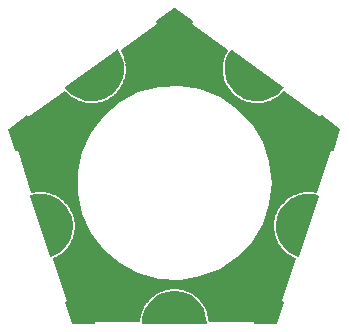
<source format=gbr>
G04 EAGLE Gerber RS-274X export*
G75*
%MOMM*%
%FSLAX34Y34*%
%LPD*%
%INBottom Copper*%
%IPPOS*%
%AMOC8*
5,1,8,0,0,1.08239X$1,22.5*%
G01*
%ADD10C,0.800000*%

G36*
X278630Y226508D02*
X278630Y226508D01*
X278658Y226506D01*
X278726Y226528D01*
X278797Y226542D01*
X278820Y226558D01*
X278847Y226567D01*
X278901Y226614D01*
X278961Y226655D01*
X278976Y226679D01*
X278997Y226697D01*
X279029Y226762D01*
X279068Y226822D01*
X279073Y226850D01*
X279085Y226875D01*
X279094Y226978D01*
X279101Y227019D01*
X279099Y227029D01*
X279100Y227041D01*
X278984Y228519D01*
X316815Y228519D01*
X316900Y228536D01*
X316985Y228548D01*
X316997Y228556D01*
X317011Y228558D01*
X317083Y228607D01*
X317157Y228652D01*
X317165Y228663D01*
X317177Y228671D01*
X317224Y228743D01*
X317275Y228814D01*
X317279Y228828D01*
X317286Y228839D01*
X317296Y228894D01*
X317320Y228988D01*
X317422Y230347D01*
X317413Y230417D01*
X317413Y230487D01*
X317401Y230518D01*
X317397Y230546D01*
X317372Y230590D01*
X317346Y230654D01*
X317343Y230659D01*
X317487Y231292D01*
X317488Y231326D01*
X317499Y231367D01*
X317547Y232014D01*
X317551Y232017D01*
X317595Y232073D01*
X317644Y232123D01*
X317657Y232153D01*
X317674Y232175D01*
X317688Y232225D01*
X317715Y232289D01*
X318242Y234599D01*
X318244Y234669D01*
X318254Y234739D01*
X318247Y234771D01*
X318247Y234799D01*
X318229Y234847D01*
X318213Y234914D01*
X318210Y234919D01*
X318447Y235523D01*
X318454Y235558D01*
X318470Y235596D01*
X318614Y236229D01*
X318619Y236231D01*
X318670Y236280D01*
X318727Y236322D01*
X318744Y236350D01*
X318764Y236370D01*
X318785Y236417D01*
X318821Y236476D01*
X319687Y238681D01*
X319699Y238751D01*
X319719Y238818D01*
X319717Y238851D01*
X319722Y238878D01*
X319710Y238929D01*
X319704Y238998D01*
X319703Y239003D01*
X320027Y239565D01*
X320039Y239598D01*
X320060Y239633D01*
X320297Y240237D01*
X320303Y240239D01*
X320360Y240280D01*
X320423Y240313D01*
X320444Y240338D01*
X320467Y240354D01*
X320494Y240398D01*
X320539Y240451D01*
X321724Y242502D01*
X321733Y242530D01*
X321736Y242535D01*
X321738Y242545D01*
X321746Y242569D01*
X321776Y242633D01*
X321779Y242666D01*
X321787Y242692D01*
X321784Y242744D01*
X321788Y242813D01*
X321788Y242818D01*
X322192Y243326D01*
X322208Y243357D01*
X322235Y243388D01*
X322559Y243950D01*
X322565Y243952D01*
X322628Y243983D01*
X322694Y244007D01*
X322719Y244028D01*
X322744Y244041D01*
X322778Y244080D01*
X322830Y244125D01*
X324307Y245978D01*
X324339Y246040D01*
X324379Y246099D01*
X324386Y246131D01*
X324399Y246156D01*
X324403Y246207D01*
X324417Y246275D01*
X324418Y246280D01*
X324893Y246722D01*
X324914Y246750D01*
X324945Y246777D01*
X325349Y247285D01*
X325355Y247285D01*
X325422Y247307D01*
X325491Y247320D01*
X325519Y247338D01*
X325546Y247347D01*
X325585Y247380D01*
X325643Y247418D01*
X327380Y249029D01*
X327421Y249086D01*
X327469Y249138D01*
X327481Y249169D01*
X327497Y249192D01*
X327509Y249242D01*
X327533Y249307D01*
X327534Y249312D01*
X328070Y249677D01*
X328095Y249702D01*
X328130Y249725D01*
X328605Y250166D01*
X328611Y250166D01*
X328680Y250177D01*
X328751Y250180D01*
X328781Y250194D01*
X328809Y250198D01*
X328852Y250225D01*
X328916Y250254D01*
X330873Y251588D01*
X330922Y251639D01*
X330977Y251683D01*
X330993Y251712D01*
X331013Y251732D01*
X331032Y251780D01*
X331066Y251840D01*
X331068Y251845D01*
X331653Y252127D01*
X331680Y252148D01*
X331718Y252165D01*
X332254Y252530D01*
X332260Y252529D01*
X332330Y252530D01*
X332401Y252522D01*
X332432Y252531D01*
X332460Y252531D01*
X332507Y252552D01*
X332574Y252570D01*
X334709Y253598D01*
X334765Y253641D01*
X334826Y253677D01*
X334846Y253702D01*
X334868Y253719D01*
X334894Y253764D01*
X334937Y253818D01*
X334940Y253823D01*
X335560Y254014D01*
X335590Y254031D01*
X335630Y254042D01*
X336215Y254324D01*
X336220Y254322D01*
X336290Y254312D01*
X336358Y254294D01*
X336391Y254298D01*
X336419Y254294D01*
X336469Y254308D01*
X336537Y254316D01*
X338801Y255014D01*
X338863Y255048D01*
X338929Y255074D01*
X338952Y255097D01*
X338977Y255110D01*
X339009Y255150D01*
X339060Y255198D01*
X339063Y255202D01*
X339704Y255299D01*
X339737Y255311D01*
X339778Y255316D01*
X340399Y255507D01*
X340403Y255504D01*
X340471Y255484D01*
X340536Y255457D01*
X340569Y255456D01*
X340596Y255448D01*
X340647Y255453D01*
X340716Y255451D01*
X343059Y255804D01*
X343125Y255829D01*
X343194Y255845D01*
X343221Y255863D01*
X343247Y255873D01*
X343285Y255908D01*
X343342Y255947D01*
X343346Y255951D01*
X343995Y255951D01*
X344029Y255958D01*
X344070Y255957D01*
X344712Y256054D01*
X344716Y256050D01*
X344780Y256021D01*
X344840Y255983D01*
X344872Y255977D01*
X344898Y255966D01*
X344949Y255964D01*
X345017Y255951D01*
X347387Y255951D01*
X347456Y255965D01*
X347526Y255971D01*
X347556Y255985D01*
X347583Y255991D01*
X347626Y256020D01*
X347688Y256050D01*
X347692Y256054D01*
X348334Y255957D01*
X348369Y255959D01*
X348409Y255951D01*
X349058Y255951D01*
X349062Y255947D01*
X349121Y255908D01*
X349175Y255862D01*
X349206Y255852D01*
X349229Y255836D01*
X349280Y255827D01*
X349345Y255804D01*
X351688Y255451D01*
X351759Y255455D01*
X351829Y255450D01*
X351860Y255460D01*
X351888Y255461D01*
X351935Y255484D01*
X352001Y255504D01*
X352005Y255507D01*
X352626Y255316D01*
X352660Y255312D01*
X352700Y255299D01*
X353341Y255202D01*
X353344Y255198D01*
X353397Y255150D01*
X353443Y255097D01*
X353472Y255082D01*
X353493Y255063D01*
X353542Y255046D01*
X353603Y255014D01*
X355867Y254316D01*
X355937Y254309D01*
X356006Y254294D01*
X356038Y254299D01*
X356066Y254296D01*
X356116Y254311D01*
X356184Y254322D01*
X356189Y254324D01*
X356774Y254042D01*
X356807Y254034D01*
X356844Y254014D01*
X357464Y253823D01*
X357467Y253818D01*
X357512Y253764D01*
X357550Y253704D01*
X357576Y253685D01*
X357594Y253663D01*
X357639Y253639D01*
X357695Y253598D01*
X359830Y252570D01*
X359898Y252553D01*
X359964Y252527D01*
X359997Y252528D01*
X360024Y252521D01*
X360075Y252528D01*
X360144Y252529D01*
X360150Y252530D01*
X360686Y252165D01*
X360718Y252151D01*
X360751Y252127D01*
X361336Y251845D01*
X361338Y251840D01*
X361374Y251779D01*
X361403Y251715D01*
X361426Y251692D01*
X361440Y251667D01*
X361482Y251637D01*
X361531Y251588D01*
X363488Y250254D01*
X363553Y250226D01*
X363615Y250191D01*
X363647Y250187D01*
X363673Y250176D01*
X363724Y250176D01*
X363793Y250166D01*
X363799Y250166D01*
X364274Y249725D01*
X364304Y249707D01*
X364334Y249677D01*
X364870Y249312D01*
X364871Y249307D01*
X364897Y249241D01*
X364916Y249173D01*
X364936Y249147D01*
X364946Y249121D01*
X364983Y249084D01*
X365024Y249029D01*
X366761Y247418D01*
X366821Y247381D01*
X366876Y247337D01*
X366908Y247328D01*
X366932Y247313D01*
X366983Y247305D01*
X367049Y247285D01*
X367055Y247285D01*
X367459Y246777D01*
X367486Y246755D01*
X367511Y246722D01*
X367986Y246280D01*
X367987Y246275D01*
X368003Y246206D01*
X368011Y246136D01*
X368027Y246107D01*
X368033Y246080D01*
X368064Y246039D01*
X368097Y245978D01*
X369574Y244125D01*
X369628Y244080D01*
X369676Y244029D01*
X369706Y244015D01*
X369727Y243997D01*
X369777Y243981D01*
X369839Y243952D01*
X369845Y243950D01*
X370169Y243388D01*
X370192Y243362D01*
X370212Y243326D01*
X370616Y242818D01*
X370616Y242813D01*
X370622Y242742D01*
X370620Y242672D01*
X370631Y242641D01*
X370633Y242613D01*
X370657Y242567D01*
X370680Y242502D01*
X371865Y240451D01*
X371912Y240398D01*
X371952Y240340D01*
X371979Y240321D01*
X371998Y240300D01*
X372044Y240278D01*
X372101Y240239D01*
X372107Y240237D01*
X372344Y239633D01*
X372362Y239604D01*
X372377Y239565D01*
X372701Y239003D01*
X372700Y238998D01*
X372695Y238927D01*
X372682Y238858D01*
X372689Y238826D01*
X372687Y238798D01*
X372704Y238749D01*
X372717Y238681D01*
X373583Y236476D01*
X373621Y236416D01*
X373652Y236353D01*
X373676Y236331D01*
X373691Y236307D01*
X373734Y236278D01*
X373785Y236231D01*
X373790Y236229D01*
X373934Y235596D01*
X373948Y235564D01*
X373957Y235523D01*
X374194Y234919D01*
X374191Y234914D01*
X374177Y234845D01*
X374154Y234779D01*
X374155Y234746D01*
X374149Y234718D01*
X374159Y234668D01*
X374162Y234599D01*
X374689Y232289D01*
X374718Y232225D01*
X374739Y232157D01*
X374760Y232132D01*
X374771Y232106D01*
X374809Y232071D01*
X374853Y232017D01*
X374857Y232014D01*
X374905Y231367D01*
X374915Y231333D01*
X374917Y231292D01*
X375061Y230659D01*
X375058Y230654D01*
X375033Y230588D01*
X375000Y230526D01*
X374997Y230493D01*
X374987Y230467D01*
X374989Y230415D01*
X374982Y230347D01*
X375084Y228988D01*
X375107Y228905D01*
X375126Y228820D01*
X375134Y228809D01*
X375138Y228795D01*
X375191Y228727D01*
X375242Y228657D01*
X375254Y228649D01*
X375262Y228638D01*
X375338Y228597D01*
X375412Y228551D01*
X375427Y228548D01*
X375438Y228542D01*
X375494Y228536D01*
X375589Y228519D01*
X413420Y228519D01*
X413304Y227041D01*
X413308Y227013D01*
X413303Y226985D01*
X413320Y226915D01*
X413329Y226844D01*
X413343Y226819D01*
X413349Y226792D01*
X413392Y226734D01*
X413428Y226671D01*
X413450Y226655D01*
X413467Y226632D01*
X413529Y226595D01*
X413587Y226552D01*
X413614Y226545D01*
X413638Y226530D01*
X413739Y226513D01*
X413779Y226503D01*
X413790Y226505D01*
X413802Y226503D01*
X432802Y226503D01*
X432831Y226509D01*
X432861Y226506D01*
X432928Y226528D01*
X432997Y226542D01*
X433022Y226559D01*
X433050Y226569D01*
X433103Y226615D01*
X433161Y226655D01*
X433177Y226680D01*
X433199Y226700D01*
X433245Y226786D01*
X433268Y226822D01*
X433270Y226834D01*
X433277Y226847D01*
X439177Y244947D01*
X439180Y244976D01*
X439191Y245002D01*
X439191Y245074D01*
X439199Y245145D01*
X439191Y245172D01*
X439191Y245201D01*
X439164Y245267D01*
X439143Y245336D01*
X439125Y245358D01*
X439114Y245384D01*
X439063Y245434D01*
X439017Y245489D01*
X438992Y245502D01*
X438972Y245522D01*
X438878Y245562D01*
X438841Y245582D01*
X438830Y245582D01*
X438818Y245587D01*
X437358Y245938D01*
X449038Y281895D01*
X449048Y281981D01*
X449063Y282066D01*
X449060Y282080D01*
X449061Y282094D01*
X449037Y282177D01*
X449018Y282261D01*
X449009Y282273D01*
X449005Y282286D01*
X448951Y282353D01*
X448900Y282424D01*
X448888Y282432D01*
X448879Y282442D01*
X448830Y282468D01*
X448748Y282521D01*
X447474Y283044D01*
X447405Y283057D01*
X447338Y283078D01*
X447305Y283076D01*
X447277Y283082D01*
X447227Y283071D01*
X447158Y283066D01*
X447153Y283065D01*
X446596Y283398D01*
X446563Y283410D01*
X446528Y283432D01*
X445928Y283678D01*
X445926Y283683D01*
X445886Y283742D01*
X445854Y283805D01*
X445829Y283826D01*
X445813Y283849D01*
X445770Y283878D01*
X445718Y283923D01*
X443688Y285137D01*
X443622Y285161D01*
X443558Y285192D01*
X443525Y285195D01*
X443499Y285204D01*
X443448Y285201D01*
X443379Y285207D01*
X443373Y285207D01*
X442872Y285619D01*
X442842Y285635D01*
X442810Y285663D01*
X442253Y285996D01*
X442252Y286001D01*
X442235Y286036D01*
X442234Y286044D01*
X442227Y286053D01*
X442222Y286065D01*
X442199Y286132D01*
X442178Y286157D01*
X442166Y286182D01*
X442127Y286216D01*
X442082Y286269D01*
X440256Y287772D01*
X440194Y287806D01*
X440136Y287846D01*
X440104Y287853D01*
X440079Y287867D01*
X440028Y287871D01*
X439961Y287887D01*
X439955Y287888D01*
X439521Y288370D01*
X439493Y288391D01*
X439467Y288422D01*
X438965Y288835D01*
X438965Y288840D01*
X438944Y288908D01*
X438932Y288977D01*
X438915Y289005D01*
X438907Y289032D01*
X438874Y289072D01*
X438837Y289131D01*
X437255Y290889D01*
X437199Y290931D01*
X437148Y290980D01*
X437117Y290992D01*
X437095Y291009D01*
X437045Y291021D01*
X436980Y291047D01*
X436975Y291048D01*
X436618Y291590D01*
X436593Y291614D01*
X436571Y291650D01*
X436137Y292132D01*
X436138Y292138D01*
X436128Y292208D01*
X436126Y292278D01*
X436113Y292308D01*
X436109Y292336D01*
X436082Y292380D01*
X436055Y292444D01*
X434753Y294419D01*
X434703Y294469D01*
X434660Y294524D01*
X434631Y294541D01*
X434612Y294561D01*
X434564Y294581D01*
X434504Y294616D01*
X434499Y294617D01*
X434227Y295206D01*
X434206Y295234D01*
X434190Y295273D01*
X433833Y295814D01*
X433834Y295820D01*
X433834Y295890D01*
X433843Y295960D01*
X433834Y295992D01*
X433834Y296020D01*
X433815Y296068D01*
X433797Y296135D01*
X432804Y298282D01*
X432762Y298338D01*
X432728Y298400D01*
X432702Y298421D01*
X432686Y298443D01*
X432641Y298470D01*
X432588Y298513D01*
X432583Y298516D01*
X432401Y299139D01*
X432385Y299170D01*
X432375Y299210D01*
X432102Y299799D01*
X432104Y299804D01*
X432115Y299874D01*
X432134Y299942D01*
X432130Y299974D01*
X432135Y300002D01*
X432122Y300052D01*
X432115Y300121D01*
X431453Y302392D01*
X431420Y302454D01*
X431395Y302520D01*
X431373Y302545D01*
X431360Y302569D01*
X431320Y302602D01*
X431273Y302653D01*
X431269Y302657D01*
X431182Y303300D01*
X431171Y303333D01*
X431166Y303374D01*
X430985Y303997D01*
X430988Y304002D01*
X431009Y304069D01*
X431037Y304133D01*
X431039Y304166D01*
X431047Y304193D01*
X431042Y304244D01*
X431045Y304313D01*
X430729Y306657D01*
X430706Y306724D01*
X430691Y306793D01*
X430673Y306820D01*
X430664Y306847D01*
X430629Y306885D01*
X430591Y306943D01*
X430587Y306947D01*
X430597Y307596D01*
X430591Y307630D01*
X430593Y307671D01*
X430506Y308314D01*
X430509Y308319D01*
X430540Y308382D01*
X430578Y308442D01*
X430585Y308474D01*
X430597Y308499D01*
X430600Y308550D01*
X430613Y308618D01*
X430650Y310983D01*
X430637Y311053D01*
X430632Y311123D01*
X430618Y311153D01*
X430613Y311180D01*
X430585Y311224D01*
X430555Y311286D01*
X430552Y311291D01*
X430659Y311931D01*
X430658Y311965D01*
X430666Y312006D01*
X430676Y312655D01*
X430680Y312659D01*
X430719Y312717D01*
X430766Y312770D01*
X430777Y312801D01*
X430793Y312824D01*
X430803Y312874D01*
X430827Y312940D01*
X431216Y315273D01*
X431213Y315343D01*
X431219Y315414D01*
X431210Y315445D01*
X431209Y315473D01*
X431187Y315520D01*
X431167Y315586D01*
X431165Y315591D01*
X431366Y316208D01*
X431370Y316243D01*
X431384Y316282D01*
X431490Y316922D01*
X431495Y316925D01*
X431543Y316977D01*
X431597Y317022D01*
X431613Y317051D01*
X431632Y317071D01*
X431650Y317120D01*
X431682Y317181D01*
X432415Y319430D01*
X432423Y319500D01*
X432439Y319569D01*
X432434Y319601D01*
X432438Y319629D01*
X432423Y319679D01*
X432414Y319747D01*
X432412Y319752D01*
X432702Y320332D01*
X432711Y320366D01*
X432731Y320403D01*
X432932Y321020D01*
X432937Y321022D01*
X432992Y321066D01*
X433052Y321103D01*
X433072Y321129D01*
X433094Y321147D01*
X433119Y321192D01*
X433160Y321247D01*
X434220Y323362D01*
X434238Y323430D01*
X434265Y323496D01*
X434265Y323528D01*
X434272Y323555D01*
X434265Y323607D01*
X434266Y323676D01*
X434265Y323681D01*
X434639Y324212D01*
X434653Y324243D01*
X434678Y324277D01*
X434968Y324857D01*
X434974Y324859D01*
X435035Y324894D01*
X435100Y324921D01*
X435123Y324944D01*
X435148Y324958D01*
X435179Y324999D01*
X435228Y325048D01*
X436591Y326981D01*
X436619Y327046D01*
X436655Y327107D01*
X436660Y327139D01*
X436672Y327165D01*
X436672Y327216D01*
X436683Y327284D01*
X436683Y327290D01*
X437132Y327759D01*
X437150Y327788D01*
X437180Y327817D01*
X437554Y328348D01*
X437559Y328349D01*
X437625Y328374D01*
X437693Y328392D01*
X437720Y328411D01*
X437746Y328421D01*
X437783Y328457D01*
X437839Y328498D01*
X439475Y330206D01*
X439512Y330266D01*
X439557Y330321D01*
X439567Y330352D01*
X439582Y330376D01*
X439590Y330427D01*
X439611Y330493D01*
X439612Y330498D01*
X440126Y330895D01*
X440148Y330921D01*
X440182Y330945D01*
X440631Y331414D01*
X440636Y331414D01*
X440705Y331430D01*
X440775Y331437D01*
X440804Y331452D01*
X440832Y331458D01*
X440874Y331488D01*
X440935Y331520D01*
X442807Y332966D01*
X442853Y333019D01*
X442906Y333067D01*
X442920Y333096D01*
X442938Y333117D01*
X442954Y333166D01*
X442985Y333229D01*
X442986Y333234D01*
X443553Y333549D01*
X443580Y333572D01*
X443617Y333591D01*
X444130Y333988D01*
X444136Y333987D01*
X444206Y333992D01*
X444277Y333989D01*
X444308Y333999D01*
X444336Y334001D01*
X444382Y334025D01*
X444447Y334047D01*
X446514Y335198D01*
X446567Y335244D01*
X446626Y335283D01*
X446645Y335310D01*
X446666Y335328D01*
X446689Y335374D01*
X446729Y335431D01*
X446731Y335436D01*
X447338Y335664D01*
X447368Y335682D01*
X447407Y335695D01*
X447974Y336011D01*
X447980Y336010D01*
X448050Y336004D01*
X448119Y335990D01*
X448151Y335996D01*
X448179Y335994D01*
X448228Y336010D01*
X448296Y336023D01*
X450511Y336852D01*
X450571Y336890D01*
X450635Y336920D01*
X450658Y336944D01*
X450681Y336958D01*
X450711Y337001D01*
X450759Y337051D01*
X450762Y337056D01*
X451396Y337190D01*
X451428Y337204D01*
X451469Y337211D01*
X452077Y337439D01*
X452082Y337437D01*
X452151Y337421D01*
X452217Y337397D01*
X452250Y337398D01*
X452277Y337391D01*
X452328Y337400D01*
X452397Y337402D01*
X454711Y337893D01*
X454776Y337921D01*
X454844Y337941D01*
X454869Y337961D01*
X454895Y337972D01*
X454931Y338009D01*
X454985Y338052D01*
X454989Y338056D01*
X455637Y338095D01*
X455670Y338104D01*
X455712Y338105D01*
X456347Y338239D01*
X456351Y338236D01*
X456417Y338210D01*
X456479Y338177D01*
X456511Y338173D01*
X456537Y338163D01*
X456589Y338164D01*
X456658Y338155D01*
X459019Y338295D01*
X459087Y338313D01*
X459157Y338323D01*
X459186Y338339D01*
X459213Y338347D01*
X459254Y338378D01*
X459314Y338412D01*
X459318Y338416D01*
X459964Y338357D01*
X459999Y338361D01*
X460040Y338356D01*
X460688Y338395D01*
X460692Y338391D01*
X460753Y338355D01*
X460809Y338313D01*
X460841Y338304D01*
X460865Y338290D01*
X460916Y338283D01*
X460983Y338265D01*
X463339Y338052D01*
X463409Y338059D01*
X463479Y338059D01*
X463510Y338070D01*
X463538Y338073D01*
X463583Y338098D01*
X463648Y338123D01*
X463652Y338126D01*
X464283Y337972D01*
X464317Y337970D01*
X464357Y337959D01*
X465004Y337901D01*
X465007Y337897D01*
X465062Y337852D01*
X465112Y337802D01*
X465142Y337789D01*
X465163Y337771D01*
X465213Y337757D01*
X465276Y337729D01*
X466578Y337410D01*
X466664Y337407D01*
X466751Y337399D01*
X466764Y337403D01*
X466778Y337402D01*
X466859Y337432D01*
X466942Y337458D01*
X466953Y337467D01*
X466966Y337472D01*
X467029Y337532D01*
X467095Y337588D01*
X467102Y337601D01*
X467112Y337609D01*
X467134Y337660D01*
X467181Y337746D01*
X478900Y373825D01*
X480311Y373241D01*
X480339Y373235D01*
X480365Y373222D01*
X480436Y373216D01*
X480506Y373203D01*
X480534Y373209D01*
X480563Y373206D01*
X480631Y373229D01*
X480701Y373244D01*
X480724Y373260D01*
X480752Y373270D01*
X480805Y373317D01*
X480864Y373358D01*
X480879Y373382D01*
X480901Y373401D01*
X480947Y373491D01*
X480969Y373527D01*
X480971Y373537D01*
X480977Y373549D01*
X486777Y391549D01*
X486780Y391577D01*
X486792Y391604D01*
X486791Y391675D01*
X486799Y391747D01*
X486791Y391774D01*
X486791Y391803D01*
X486763Y391869D01*
X486742Y391937D01*
X486724Y391959D01*
X486713Y391986D01*
X486643Y392058D01*
X486616Y392090D01*
X486606Y392095D01*
X486597Y392105D01*
X471297Y403305D01*
X471270Y403317D01*
X471248Y403336D01*
X471181Y403358D01*
X471116Y403388D01*
X471087Y403389D01*
X471059Y403398D01*
X470989Y403392D01*
X470918Y403394D01*
X470890Y403384D01*
X470861Y403381D01*
X470798Y403348D01*
X470732Y403322D01*
X470711Y403302D01*
X470686Y403288D01*
X470620Y403213D01*
X470590Y403183D01*
X470585Y403173D01*
X470576Y403163D01*
X469767Y401842D01*
X439103Y424123D01*
X439024Y424159D01*
X438947Y424200D01*
X438933Y424201D01*
X438921Y424207D01*
X438834Y424209D01*
X438747Y424217D01*
X438734Y424213D01*
X438720Y424213D01*
X438639Y424182D01*
X438556Y424155D01*
X438545Y424146D01*
X438533Y424141D01*
X438493Y424103D01*
X438417Y424041D01*
X437579Y423050D01*
X437545Y422989D01*
X437504Y422931D01*
X437496Y422899D01*
X437483Y422875D01*
X437477Y422824D01*
X437460Y422756D01*
X437460Y422751D01*
X436972Y422324D01*
X436951Y422296D01*
X436919Y422270D01*
X436499Y421774D01*
X436494Y421774D01*
X436426Y421754D01*
X436356Y421743D01*
X436328Y421726D01*
X436301Y421718D01*
X436261Y421686D01*
X436202Y421650D01*
X434420Y420091D01*
X434377Y420035D01*
X434328Y419984D01*
X434315Y419954D01*
X434298Y419931D01*
X434285Y419882D01*
X434258Y419818D01*
X434257Y419812D01*
X433711Y419463D01*
X433686Y419438D01*
X433650Y419417D01*
X433162Y418990D01*
X433156Y418990D01*
X433086Y418981D01*
X433015Y418980D01*
X432985Y418967D01*
X432957Y418964D01*
X432913Y418938D01*
X432849Y418911D01*
X430854Y417635D01*
X430811Y417593D01*
X430778Y417571D01*
X430773Y417562D01*
X430747Y417543D01*
X430730Y417515D01*
X430710Y417496D01*
X430690Y417448D01*
X430654Y417389D01*
X430652Y417384D01*
X430059Y417120D01*
X430031Y417099D01*
X429993Y417084D01*
X429446Y416734D01*
X429441Y416735D01*
X429370Y416736D01*
X429300Y416746D01*
X429268Y416738D01*
X429240Y416738D01*
X429192Y416719D01*
X429125Y416703D01*
X426962Y415738D01*
X426905Y415697D01*
X426843Y415663D01*
X426822Y415638D01*
X426799Y415622D01*
X426772Y415578D01*
X426728Y415525D01*
X426725Y415520D01*
X426100Y415347D01*
X426069Y415331D01*
X426028Y415321D01*
X425436Y415057D01*
X425431Y415059D01*
X425361Y415070D01*
X425293Y415090D01*
X425261Y415087D01*
X425233Y415092D01*
X425183Y415080D01*
X425114Y415074D01*
X422832Y414442D01*
X422768Y414410D01*
X422702Y414386D01*
X422678Y414364D01*
X422653Y414352D01*
X422619Y414312D01*
X422568Y414266D01*
X422564Y414262D01*
X421920Y414184D01*
X421887Y414173D01*
X421846Y414169D01*
X421220Y413996D01*
X421216Y413999D01*
X421148Y414021D01*
X421084Y414051D01*
X421052Y414053D01*
X421025Y414061D01*
X420974Y414057D01*
X420905Y414061D01*
X418554Y413777D01*
X418487Y413755D01*
X418417Y413740D01*
X418390Y413723D01*
X418363Y413714D01*
X418324Y413680D01*
X418266Y413642D01*
X418262Y413638D01*
X417614Y413657D01*
X417579Y413651D01*
X417538Y413654D01*
X416894Y413576D01*
X416890Y413579D01*
X416827Y413611D01*
X416768Y413650D01*
X416736Y413657D01*
X416711Y413669D01*
X416659Y413673D01*
X416591Y413687D01*
X414224Y413756D01*
X414155Y413744D01*
X414084Y413741D01*
X414054Y413727D01*
X414027Y413722D01*
X413983Y413695D01*
X413920Y413666D01*
X413916Y413663D01*
X413277Y413778D01*
X413242Y413777D01*
X413202Y413786D01*
X412553Y413805D01*
X412549Y413809D01*
X412492Y413850D01*
X412439Y413897D01*
X412409Y413908D01*
X412386Y413925D01*
X412335Y413936D01*
X412271Y413960D01*
X409940Y414381D01*
X409870Y414380D01*
X409799Y414387D01*
X409768Y414378D01*
X409740Y414377D01*
X409693Y414356D01*
X409626Y414337D01*
X409621Y414335D01*
X409007Y414544D01*
X408972Y414549D01*
X408934Y414563D01*
X408295Y414678D01*
X408292Y414683D01*
X408241Y414732D01*
X408196Y414786D01*
X408168Y414802D01*
X408147Y414822D01*
X408099Y414840D01*
X408039Y414874D01*
X405797Y415638D01*
X405727Y415647D01*
X405659Y415664D01*
X405626Y415660D01*
X405598Y415664D01*
X405549Y415650D01*
X405480Y415641D01*
X405475Y415639D01*
X404899Y415938D01*
X404865Y415947D01*
X404829Y415968D01*
X404215Y416177D01*
X404212Y416182D01*
X404169Y416238D01*
X404133Y416298D01*
X404107Y416318D01*
X404090Y416341D01*
X404045Y416366D01*
X403990Y416408D01*
X401888Y417498D01*
X401820Y417517D01*
X401755Y417544D01*
X401722Y417545D01*
X401695Y417553D01*
X401644Y417547D01*
X401575Y417548D01*
X401569Y417547D01*
X401044Y417928D01*
X401012Y417943D01*
X400979Y417968D01*
X400403Y418267D01*
X400402Y418272D01*
X400367Y418333D01*
X400341Y418399D01*
X400318Y418423D01*
X400304Y418447D01*
X400264Y418479D01*
X400216Y418529D01*
X398299Y419919D01*
X398235Y419949D01*
X398175Y419986D01*
X398142Y419991D01*
X398117Y420003D01*
X398065Y420004D01*
X397997Y420016D01*
X397991Y420016D01*
X397529Y420471D01*
X397500Y420490D01*
X397471Y420520D01*
X396946Y420901D01*
X396945Y420906D01*
X396920Y420973D01*
X396904Y421041D01*
X396885Y421068D01*
X396875Y421094D01*
X396840Y421132D01*
X396800Y421188D01*
X395111Y422849D01*
X395052Y422888D01*
X394998Y422933D01*
X394967Y422943D01*
X394944Y422959D01*
X394893Y422968D01*
X394827Y422990D01*
X394822Y422990D01*
X394432Y423509D01*
X394406Y423533D01*
X394382Y423566D01*
X393920Y424021D01*
X393920Y424027D01*
X393905Y424096D01*
X393899Y424166D01*
X393884Y424196D01*
X393878Y424223D01*
X393849Y424266D01*
X393818Y424327D01*
X392396Y426221D01*
X392343Y426268D01*
X392297Y426321D01*
X392267Y426336D01*
X392246Y426354D01*
X392198Y426371D01*
X392136Y426402D01*
X392131Y426404D01*
X391823Y426975D01*
X391801Y427002D01*
X391782Y427039D01*
X391392Y427558D01*
X391393Y427563D01*
X391389Y427634D01*
X391393Y427704D01*
X391383Y427736D01*
X391382Y427764D01*
X391359Y427810D01*
X391337Y427876D01*
X390214Y429960D01*
X390169Y430014D01*
X390130Y430074D01*
X390103Y430093D01*
X390086Y430114D01*
X390040Y430138D01*
X389983Y430178D01*
X389978Y430181D01*
X389759Y430791D01*
X389741Y430821D01*
X389728Y430861D01*
X389420Y431432D01*
X389422Y431437D01*
X389428Y431507D01*
X389443Y431576D01*
X389438Y431609D01*
X389440Y431637D01*
X389425Y431686D01*
X389413Y431754D01*
X388613Y433983D01*
X388576Y434043D01*
X388547Y434107D01*
X388524Y434130D01*
X388509Y434154D01*
X388467Y434185D01*
X388418Y434233D01*
X388413Y434236D01*
X388287Y434872D01*
X388274Y434905D01*
X388267Y434946D01*
X388048Y435556D01*
X388050Y435561D01*
X388067Y435630D01*
X388092Y435696D01*
X388091Y435729D01*
X388098Y435756D01*
X388090Y435807D01*
X388089Y435876D01*
X387629Y438199D01*
X387602Y438264D01*
X387583Y438332D01*
X387563Y438358D01*
X387553Y438384D01*
X387516Y438420D01*
X387474Y438475D01*
X387470Y438479D01*
X387440Y439127D01*
X387432Y439161D01*
X387431Y439203D01*
X387305Y439839D01*
X387308Y439844D01*
X387335Y439909D01*
X387370Y439970D01*
X387374Y440003D01*
X387385Y440029D01*
X387384Y440080D01*
X387393Y440149D01*
X387285Y442515D01*
X387268Y442583D01*
X387259Y442653D01*
X387244Y442682D01*
X387237Y442709D01*
X387206Y442751D01*
X387173Y442811D01*
X387169Y442815D01*
X387237Y443461D01*
X387233Y443495D01*
X387239Y443536D01*
X387209Y444185D01*
X387213Y444189D01*
X387249Y444249D01*
X387293Y444305D01*
X387302Y444337D01*
X387316Y444361D01*
X387323Y444412D01*
X387343Y444478D01*
X387589Y446833D01*
X387582Y446904D01*
X387584Y446974D01*
X387572Y447005D01*
X387570Y447033D01*
X387545Y447078D01*
X387521Y447143D01*
X387518Y447148D01*
X387681Y447776D01*
X387683Y447811D01*
X387695Y447851D01*
X387762Y448496D01*
X387766Y448500D01*
X387811Y448554D01*
X387862Y448603D01*
X387876Y448633D01*
X387894Y448654D01*
X387909Y448704D01*
X387938Y448766D01*
X388532Y451059D01*
X388536Y451129D01*
X388548Y451199D01*
X388541Y451231D01*
X388543Y451259D01*
X388525Y451308D01*
X388511Y451375D01*
X388509Y451380D01*
X388764Y451977D01*
X388771Y452011D01*
X388779Y452029D01*
X388789Y452049D01*
X388951Y452677D01*
X388956Y452680D01*
X389009Y452727D01*
X389066Y452768D01*
X389084Y452795D01*
X389105Y452814D01*
X389127Y452860D01*
X389165Y452918D01*
X390094Y455096D01*
X390109Y455166D01*
X390131Y455233D01*
X390129Y455265D01*
X390135Y455293D01*
X390125Y455343D01*
X390121Y455412D01*
X390120Y455418D01*
X390461Y455970D01*
X390473Y456002D01*
X390496Y456037D01*
X390750Y456634D01*
X390755Y456636D01*
X390815Y456675D01*
X390878Y456706D01*
X390900Y456731D01*
X390923Y456746D01*
X390952Y456789D01*
X390998Y456841D01*
X391704Y457985D01*
X391734Y458066D01*
X391768Y458145D01*
X391768Y458159D01*
X391773Y458173D01*
X391770Y458259D01*
X391771Y458346D01*
X391765Y458359D01*
X391765Y458373D01*
X391728Y458451D01*
X391695Y458531D01*
X391685Y458542D01*
X391679Y458554D01*
X391637Y458591D01*
X391570Y458661D01*
X360972Y480895D01*
X361982Y482078D01*
X361996Y482103D01*
X362016Y482124D01*
X362044Y482189D01*
X362078Y482252D01*
X362081Y482281D01*
X362092Y482307D01*
X362092Y482379D01*
X362099Y482449D01*
X362091Y482477D01*
X362090Y482506D01*
X362062Y482572D01*
X362041Y482640D01*
X362022Y482662D01*
X362011Y482689D01*
X361941Y482760D01*
X361914Y482792D01*
X361904Y482797D01*
X361894Y482807D01*
X346494Y493907D01*
X346468Y493919D01*
X346447Y493937D01*
X346378Y493959D01*
X346313Y493989D01*
X346284Y493989D01*
X346257Y493998D01*
X346186Y493992D01*
X346114Y493993D01*
X346088Y493983D01*
X346059Y493980D01*
X345968Y493936D01*
X345929Y493920D01*
X345922Y493913D01*
X345910Y493907D01*
X330510Y482807D01*
X330490Y482786D01*
X330465Y482771D01*
X330423Y482713D01*
X330375Y482661D01*
X330365Y482634D01*
X330348Y482610D01*
X330332Y482541D01*
X330308Y482474D01*
X330310Y482445D01*
X330303Y482416D01*
X330315Y482346D01*
X330319Y482275D01*
X330332Y482249D01*
X330337Y482221D01*
X330388Y482135D01*
X330407Y482097D01*
X330415Y482090D01*
X330422Y482078D01*
X331432Y480895D01*
X300834Y458661D01*
X300775Y458598D01*
X300713Y458537D01*
X300708Y458524D01*
X300698Y458514D01*
X300669Y458433D01*
X300635Y458353D01*
X300635Y458339D01*
X300630Y458325D01*
X300635Y458239D01*
X300634Y458152D01*
X300640Y458138D01*
X300640Y458125D01*
X300665Y458075D01*
X300700Y457985D01*
X301406Y456841D01*
X301454Y456789D01*
X301496Y456732D01*
X301524Y456715D01*
X301543Y456694D01*
X301590Y456673D01*
X301649Y456636D01*
X301654Y456634D01*
X301908Y456037D01*
X301928Y456008D01*
X301943Y455970D01*
X302284Y455418D01*
X302283Y455412D01*
X302280Y455342D01*
X302269Y455272D01*
X302277Y455240D01*
X302276Y455212D01*
X302294Y455164D01*
X302310Y455096D01*
X303239Y452918D01*
X303279Y452860D01*
X303311Y452797D01*
X303336Y452776D01*
X303352Y452753D01*
X303396Y452725D01*
X303448Y452680D01*
X303453Y452677D01*
X303615Y452049D01*
X303631Y452018D01*
X303640Y451977D01*
X303895Y451380D01*
X303893Y451375D01*
X303880Y451306D01*
X303859Y451238D01*
X303861Y451206D01*
X303856Y451178D01*
X303867Y451128D01*
X303872Y451059D01*
X304466Y448766D01*
X304497Y448703D01*
X304520Y448636D01*
X304542Y448611D01*
X304554Y448586D01*
X304593Y448552D01*
X304638Y448500D01*
X304642Y448496D01*
X304709Y447851D01*
X304720Y447818D01*
X304723Y447776D01*
X304886Y447148D01*
X304883Y447143D01*
X304860Y447077D01*
X304829Y447013D01*
X304826Y446980D01*
X304817Y446954D01*
X304821Y446903D01*
X304815Y446833D01*
X305061Y444478D01*
X305082Y444411D01*
X305095Y444341D01*
X305113Y444314D01*
X305121Y444287D01*
X305154Y444247D01*
X305191Y444189D01*
X305195Y444185D01*
X305165Y443536D01*
X305171Y443502D01*
X305167Y443461D01*
X305235Y442815D01*
X305231Y442811D01*
X305199Y442749D01*
X305159Y442690D01*
X305151Y442658D01*
X305138Y442634D01*
X305134Y442582D01*
X305119Y442515D01*
X305011Y440149D01*
X305021Y440079D01*
X305024Y440009D01*
X305037Y439979D01*
X305041Y439951D01*
X305068Y439907D01*
X305096Y439844D01*
X305099Y439839D01*
X304973Y439203D01*
X304973Y439168D01*
X304964Y439127D01*
X304934Y438479D01*
X304930Y438475D01*
X304889Y438418D01*
X304840Y438367D01*
X304828Y438336D01*
X304812Y438313D01*
X304800Y438263D01*
X304775Y438199D01*
X304315Y435876D01*
X304315Y435805D01*
X304307Y435735D01*
X304316Y435704D01*
X304316Y435675D01*
X304336Y435628D01*
X304354Y435561D01*
X304356Y435556D01*
X304137Y434946D01*
X304132Y434911D01*
X304117Y434872D01*
X303991Y434236D01*
X303986Y434233D01*
X303937Y434183D01*
X303881Y434139D01*
X303865Y434110D01*
X303845Y434090D01*
X303826Y434043D01*
X303791Y433983D01*
X302991Y431754D01*
X302980Y431684D01*
X302962Y431616D01*
X302966Y431583D01*
X302962Y431556D01*
X302974Y431506D01*
X302982Y431437D01*
X302984Y431432D01*
X302676Y430861D01*
X302666Y430827D01*
X302645Y430791D01*
X302426Y430181D01*
X302421Y430178D01*
X302364Y430136D01*
X302303Y430101D01*
X302282Y430075D01*
X302260Y430059D01*
X302233Y430014D01*
X302190Y429960D01*
X301067Y427876D01*
X301046Y427808D01*
X301018Y427744D01*
X301016Y427711D01*
X301008Y427684D01*
X301014Y427633D01*
X301011Y427563D01*
X301012Y427558D01*
X300622Y427039D01*
X300607Y427008D01*
X300581Y426975D01*
X300273Y426404D01*
X300268Y426402D01*
X300206Y426369D01*
X300140Y426344D01*
X300116Y426321D01*
X300091Y426308D01*
X300059Y426268D01*
X300008Y426221D01*
X298586Y424327D01*
X298556Y424264D01*
X298518Y424204D01*
X298512Y424172D01*
X298500Y424146D01*
X298497Y424095D01*
X298485Y424027D01*
X298484Y424022D01*
X298022Y423566D01*
X298002Y423538D01*
X297972Y423509D01*
X297582Y422990D01*
X297577Y422990D01*
X297510Y422966D01*
X297441Y422951D01*
X297414Y422932D01*
X297388Y422923D01*
X297350Y422888D01*
X297293Y422849D01*
X295604Y421188D01*
X295565Y421130D01*
X295519Y421077D01*
X295508Y421046D01*
X295492Y421022D01*
X295482Y420972D01*
X295459Y420906D01*
X295458Y420901D01*
X294933Y420520D01*
X294909Y420494D01*
X294875Y420471D01*
X294413Y420016D01*
X294407Y420016D01*
X294338Y420003D01*
X294267Y419998D01*
X294238Y419983D01*
X294210Y419978D01*
X294167Y419949D01*
X294105Y419919D01*
X292188Y418529D01*
X292140Y418477D01*
X292087Y418431D01*
X292071Y418402D01*
X292052Y418381D01*
X292035Y418333D01*
X292002Y418272D01*
X292001Y418267D01*
X291425Y417968D01*
X291398Y417946D01*
X291360Y417928D01*
X290835Y417547D01*
X290829Y417548D01*
X290759Y417545D01*
X290688Y417551D01*
X290657Y417541D01*
X290629Y417540D01*
X290583Y417518D01*
X290516Y417498D01*
X288414Y416408D01*
X288359Y416364D01*
X288299Y416327D01*
X288279Y416300D01*
X288257Y416283D01*
X288233Y416237D01*
X288192Y416182D01*
X288189Y416177D01*
X287575Y415968D01*
X287545Y415950D01*
X287505Y415938D01*
X286929Y415639D01*
X286924Y415641D01*
X286854Y415649D01*
X286785Y415665D01*
X286753Y415660D01*
X286725Y415663D01*
X286675Y415648D01*
X286607Y415638D01*
X284365Y414874D01*
X284304Y414838D01*
X284239Y414810D01*
X284216Y414787D01*
X284192Y414773D01*
X284161Y414732D01*
X284112Y414683D01*
X284109Y414678D01*
X283470Y414563D01*
X283438Y414550D01*
X283397Y414544D01*
X282783Y414335D01*
X282778Y414337D01*
X282710Y414355D01*
X282644Y414381D01*
X282611Y414381D01*
X282584Y414388D01*
X282533Y414381D01*
X282464Y414381D01*
X280133Y413960D01*
X280068Y413934D01*
X280000Y413916D01*
X279973Y413896D01*
X279947Y413886D01*
X279910Y413850D01*
X279855Y413809D01*
X279851Y413805D01*
X279202Y413786D01*
X279168Y413778D01*
X279127Y413778D01*
X278488Y413663D01*
X278484Y413666D01*
X278419Y413694D01*
X278358Y413729D01*
X278326Y413734D01*
X278300Y413745D01*
X278248Y413746D01*
X278180Y413756D01*
X275813Y413687D01*
X275744Y413671D01*
X275674Y413663D01*
X275645Y413648D01*
X275617Y413642D01*
X275575Y413611D01*
X275514Y413579D01*
X275510Y413576D01*
X274866Y413654D01*
X274831Y413651D01*
X274790Y413657D01*
X274142Y413638D01*
X274138Y413642D01*
X274078Y413679D01*
X274023Y413724D01*
X273991Y413733D01*
X273967Y413748D01*
X273916Y413756D01*
X273850Y413777D01*
X271499Y414061D01*
X271429Y414056D01*
X271359Y414059D01*
X271328Y414048D01*
X271300Y414045D01*
X271254Y414022D01*
X271188Y413999D01*
X271184Y413996D01*
X270558Y414169D01*
X270523Y414172D01*
X270484Y414184D01*
X269840Y414262D01*
X269836Y414266D01*
X269783Y414312D01*
X269735Y414364D01*
X269705Y414378D01*
X269684Y414397D01*
X269635Y414412D01*
X269572Y414442D01*
X267290Y415074D01*
X267220Y415079D01*
X267150Y415092D01*
X267118Y415086D01*
X267090Y415088D01*
X267041Y415072D01*
X266973Y415059D01*
X266968Y415057D01*
X266376Y415321D01*
X266342Y415329D01*
X266304Y415347D01*
X265679Y415520D01*
X265676Y415525D01*
X265630Y415578D01*
X265590Y415636D01*
X265563Y415655D01*
X265545Y415676D01*
X265499Y415699D01*
X265442Y415738D01*
X263279Y416703D01*
X263210Y416718D01*
X263143Y416742D01*
X263111Y416740D01*
X263083Y416747D01*
X263032Y416738D01*
X262963Y416735D01*
X262958Y416734D01*
X262411Y417084D01*
X262379Y417096D01*
X262345Y417120D01*
X261752Y417384D01*
X261750Y417389D01*
X261712Y417449D01*
X261682Y417512D01*
X261658Y417535D01*
X261643Y417558D01*
X261618Y417576D01*
X261611Y417585D01*
X261587Y417600D01*
X261550Y417635D01*
X259555Y418911D01*
X259489Y418937D01*
X259427Y418970D01*
X259394Y418974D01*
X259368Y418984D01*
X259317Y418982D01*
X259248Y418990D01*
X259242Y418990D01*
X258754Y419417D01*
X258724Y419434D01*
X258693Y419463D01*
X258147Y419812D01*
X258146Y419818D01*
X258117Y419882D01*
X258097Y419950D01*
X258076Y419976D01*
X258065Y420001D01*
X258027Y420037D01*
X257984Y420091D01*
X256202Y421650D01*
X256141Y421685D01*
X256084Y421727D01*
X256053Y421736D01*
X256028Y421750D01*
X255977Y421756D01*
X255910Y421774D01*
X255905Y421774D01*
X255485Y422270D01*
X255458Y422291D01*
X255432Y422324D01*
X254944Y422751D01*
X254944Y422756D01*
X254925Y422825D01*
X254915Y422894D01*
X254898Y422923D01*
X254891Y422950D01*
X254859Y422991D01*
X254825Y423050D01*
X253987Y424041D01*
X253919Y424094D01*
X253853Y424152D01*
X253840Y424156D01*
X253829Y424165D01*
X253746Y424188D01*
X253663Y424216D01*
X253650Y424215D01*
X253636Y424219D01*
X253550Y424208D01*
X253463Y424202D01*
X253450Y424195D01*
X253437Y424194D01*
X253389Y424166D01*
X253301Y424123D01*
X222637Y401842D01*
X221828Y403163D01*
X221808Y403184D01*
X221795Y403210D01*
X221741Y403256D01*
X221692Y403308D01*
X221666Y403320D01*
X221643Y403339D01*
X221576Y403360D01*
X221511Y403389D01*
X221482Y403390D01*
X221454Y403399D01*
X221383Y403392D01*
X221312Y403393D01*
X221285Y403382D01*
X221256Y403379D01*
X221167Y403335D01*
X221127Y403319D01*
X221119Y403311D01*
X221107Y403305D01*
X205807Y392105D01*
X205788Y392084D01*
X205763Y392069D01*
X205722Y392011D01*
X205673Y391958D01*
X205664Y391931D01*
X205647Y391907D01*
X205631Y391838D01*
X205607Y391770D01*
X205609Y391742D01*
X205603Y391714D01*
X205617Y391614D01*
X205620Y391572D01*
X205625Y391562D01*
X205627Y391549D01*
X211427Y373549D01*
X211441Y373524D01*
X211447Y373496D01*
X211489Y373438D01*
X211524Y373376D01*
X211547Y373358D01*
X211564Y373335D01*
X211625Y373298D01*
X211682Y373254D01*
X211709Y373247D01*
X211734Y373232D01*
X211805Y373222D01*
X211874Y373204D01*
X211902Y373208D01*
X211931Y373204D01*
X212029Y373226D01*
X212071Y373232D01*
X212080Y373238D01*
X212093Y373241D01*
X213504Y373825D01*
X225223Y337746D01*
X225266Y337671D01*
X225304Y337593D01*
X225315Y337584D01*
X225322Y337572D01*
X225390Y337518D01*
X225456Y337462D01*
X225469Y337457D01*
X225480Y337449D01*
X225564Y337426D01*
X225646Y337399D01*
X225661Y337400D01*
X225674Y337397D01*
X225729Y337404D01*
X225826Y337410D01*
X227128Y337729D01*
X227192Y337759D01*
X227259Y337781D01*
X227284Y337802D01*
X227309Y337814D01*
X227344Y337852D01*
X227397Y337897D01*
X227400Y337901D01*
X228047Y337959D01*
X228080Y337969D01*
X228121Y337972D01*
X228752Y338126D01*
X228756Y338123D01*
X228823Y338099D01*
X228886Y338068D01*
X228919Y338065D01*
X228945Y338055D01*
X228996Y338058D01*
X229065Y338052D01*
X231421Y338265D01*
X231489Y338285D01*
X231558Y338297D01*
X231586Y338314D01*
X231613Y338322D01*
X231653Y338355D01*
X231712Y338391D01*
X231716Y338395D01*
X232364Y338356D01*
X232398Y338361D01*
X232440Y338357D01*
X233086Y338416D01*
X233090Y338412D01*
X233152Y338379D01*
X233210Y338338D01*
X233242Y338330D01*
X233267Y338317D01*
X233318Y338312D01*
X233385Y338295D01*
X235746Y338155D01*
X235816Y338165D01*
X235887Y338167D01*
X235917Y338179D01*
X235945Y338183D01*
X235989Y338210D01*
X236053Y338236D01*
X236057Y338239D01*
X236692Y338105D01*
X236727Y338104D01*
X236767Y338095D01*
X237415Y338056D01*
X237419Y338052D01*
X237475Y338010D01*
X237526Y337961D01*
X237557Y337948D01*
X237579Y337932D01*
X237629Y337919D01*
X237693Y337893D01*
X240007Y337402D01*
X240077Y337402D01*
X240147Y337392D01*
X240179Y337401D01*
X240207Y337400D01*
X240255Y337420D01*
X240322Y337437D01*
X240327Y337439D01*
X240935Y337211D01*
X240969Y337206D01*
X241008Y337190D01*
X241642Y337056D01*
X241645Y337051D01*
X241695Y337001D01*
X241738Y336945D01*
X241766Y336928D01*
X241786Y336908D01*
X241833Y336888D01*
X241893Y336852D01*
X244108Y336023D01*
X244177Y336011D01*
X244245Y335992D01*
X244278Y335995D01*
X244305Y335991D01*
X244356Y336003D01*
X244424Y336010D01*
X244430Y336011D01*
X244997Y335695D01*
X245030Y335685D01*
X245066Y335664D01*
X245673Y335436D01*
X245675Y335431D01*
X245717Y335374D01*
X245751Y335312D01*
X245776Y335291D01*
X245793Y335269D01*
X245837Y335242D01*
X245890Y335198D01*
X247957Y334047D01*
X248024Y334026D01*
X248088Y333996D01*
X248121Y333995D01*
X248148Y333986D01*
X248199Y333991D01*
X248268Y333987D01*
X248274Y333988D01*
X248787Y333591D01*
X248819Y333576D01*
X248851Y333549D01*
X249418Y333234D01*
X249419Y333228D01*
X249451Y333166D01*
X249476Y333100D01*
X249498Y333075D01*
X249511Y333050D01*
X249551Y333017D01*
X249597Y332966D01*
X251469Y331520D01*
X251532Y331489D01*
X251591Y331450D01*
X251623Y331444D01*
X251649Y331431D01*
X251700Y331428D01*
X251768Y331414D01*
X251773Y331414D01*
X252222Y330945D01*
X252251Y330925D01*
X252278Y330895D01*
X252792Y330498D01*
X252793Y330493D01*
X252815Y330426D01*
X252830Y330357D01*
X252848Y330329D01*
X252857Y330303D01*
X252891Y330264D01*
X252929Y330206D01*
X254565Y328498D01*
X254623Y328457D01*
X254676Y328410D01*
X254706Y328399D01*
X254729Y328383D01*
X254780Y328372D01*
X254845Y328349D01*
X254850Y328348D01*
X255224Y327817D01*
X255249Y327793D01*
X255272Y327759D01*
X255721Y327290D01*
X255721Y327284D01*
X255733Y327215D01*
X255737Y327145D01*
X255751Y327115D01*
X255756Y327087D01*
X255784Y327044D01*
X255813Y326981D01*
X257176Y325048D01*
X257227Y324999D01*
X257272Y324945D01*
X257301Y324929D01*
X257321Y324910D01*
X257370Y324892D01*
X257430Y324859D01*
X257436Y324857D01*
X257726Y324277D01*
X257748Y324249D01*
X257765Y324212D01*
X258139Y323681D01*
X258138Y323676D01*
X258140Y323605D01*
X258134Y323535D01*
X258143Y323503D01*
X258144Y323475D01*
X258165Y323428D01*
X258184Y323362D01*
X259244Y321247D01*
X259287Y321192D01*
X259324Y321131D01*
X259350Y321111D01*
X259367Y321089D01*
X259412Y321064D01*
X259467Y321022D01*
X259472Y321020D01*
X259673Y320403D01*
X259690Y320372D01*
X259702Y320332D01*
X259992Y319752D01*
X259990Y319747D01*
X259982Y319677D01*
X259965Y319608D01*
X259969Y319576D01*
X259966Y319548D01*
X259980Y319498D01*
X259989Y319430D01*
X260722Y317181D01*
X260756Y317119D01*
X260783Y317054D01*
X260806Y317031D01*
X260820Y317006D01*
X260861Y316975D01*
X260909Y316925D01*
X260914Y316922D01*
X261020Y316282D01*
X261033Y316249D01*
X261038Y316208D01*
X261239Y315591D01*
X261237Y315586D01*
X261218Y315518D01*
X261191Y315453D01*
X261190Y315420D01*
X261183Y315393D01*
X261189Y315342D01*
X261188Y315273D01*
X261577Y312940D01*
X261602Y312874D01*
X261619Y312805D01*
X261639Y312779D01*
X261649Y312752D01*
X261684Y312715D01*
X261725Y312659D01*
X261728Y312655D01*
X261738Y312006D01*
X261746Y311972D01*
X261745Y311931D01*
X261852Y311291D01*
X261849Y311286D01*
X261820Y311222D01*
X261784Y311161D01*
X261778Y311129D01*
X261767Y311103D01*
X261766Y311052D01*
X261754Y310983D01*
X261791Y308618D01*
X261806Y308549D01*
X261813Y308479D01*
X261828Y308450D01*
X261834Y308422D01*
X261863Y308380D01*
X261895Y308319D01*
X261898Y308314D01*
X261811Y307671D01*
X261813Y307641D01*
X261813Y307639D01*
X261814Y307638D01*
X261814Y307637D01*
X261807Y307596D01*
X261817Y306947D01*
X261813Y306943D01*
X261775Y306883D01*
X261730Y306829D01*
X261720Y306798D01*
X261705Y306774D01*
X261696Y306723D01*
X261675Y306657D01*
X261358Y304313D01*
X261363Y304243D01*
X261359Y304172D01*
X261370Y304141D01*
X261371Y304113D01*
X261395Y304067D01*
X261416Y304001D01*
X261419Y303997D01*
X261237Y303374D01*
X261235Y303339D01*
X261222Y303300D01*
X261135Y302657D01*
X261131Y302653D01*
X261084Y302600D01*
X261032Y302553D01*
X261017Y302524D01*
X260998Y302503D01*
X260982Y302454D01*
X260951Y302392D01*
X260289Y300121D01*
X260283Y300051D01*
X260269Y299981D01*
X260275Y299949D01*
X260272Y299921D01*
X260288Y299872D01*
X260300Y299804D01*
X260302Y299799D01*
X260029Y299210D01*
X260021Y299176D01*
X260003Y299139D01*
X259821Y298516D01*
X259816Y298513D01*
X259763Y298468D01*
X259703Y298429D01*
X259685Y298402D01*
X259663Y298384D01*
X259640Y298338D01*
X259600Y298282D01*
X258607Y296135D01*
X258590Y296066D01*
X258566Y296000D01*
X258567Y295967D01*
X258560Y295940D01*
X258569Y295889D01*
X258570Y295820D01*
X258571Y295814D01*
X258214Y295273D01*
X258201Y295240D01*
X258177Y295206D01*
X257905Y294617D01*
X257900Y294616D01*
X257840Y294579D01*
X257776Y294549D01*
X257753Y294525D01*
X257729Y294511D01*
X257699Y294469D01*
X257651Y294419D01*
X256349Y292444D01*
X256323Y292378D01*
X256289Y292317D01*
X256285Y292284D01*
X256274Y292258D01*
X256275Y292206D01*
X256266Y292138D01*
X256267Y292132D01*
X255833Y291650D01*
X255815Y291620D01*
X255786Y291590D01*
X255429Y291048D01*
X255424Y291047D01*
X255359Y291019D01*
X255291Y291000D01*
X255265Y290980D01*
X255239Y290969D01*
X255203Y290932D01*
X255149Y290889D01*
X253567Y289131D01*
X253531Y289070D01*
X253488Y289014D01*
X253479Y288982D01*
X253465Y288958D01*
X253458Y288907D01*
X253439Y288840D01*
X253439Y288835D01*
X252937Y288422D01*
X252916Y288395D01*
X252883Y288370D01*
X252449Y287888D01*
X252443Y287887D01*
X252375Y287870D01*
X252305Y287860D01*
X252276Y287844D01*
X252249Y287837D01*
X252208Y287806D01*
X252148Y287772D01*
X250322Y286269D01*
X250277Y286214D01*
X250226Y286165D01*
X250213Y286135D01*
X250195Y286114D01*
X250181Y286064D01*
X250164Y286027D01*
X250162Y286025D01*
X250162Y286024D01*
X250152Y286001D01*
X250151Y285996D01*
X249594Y285663D01*
X249568Y285639D01*
X249532Y285619D01*
X249031Y285207D01*
X249025Y285207D01*
X248955Y285200D01*
X248885Y285201D01*
X248854Y285189D01*
X248826Y285187D01*
X248781Y285162D01*
X248716Y285137D01*
X246686Y283923D01*
X246634Y283876D01*
X246576Y283835D01*
X246559Y283807D01*
X246538Y283788D01*
X246516Y283742D01*
X246478Y283683D01*
X246476Y283678D01*
X245876Y283432D01*
X245847Y283413D01*
X245808Y283398D01*
X245251Y283065D01*
X245246Y283066D01*
X245176Y283070D01*
X245106Y283081D01*
X245074Y283074D01*
X245046Y283076D01*
X244997Y283058D01*
X244930Y283044D01*
X243656Y282521D01*
X243584Y282473D01*
X243509Y282429D01*
X243501Y282417D01*
X243489Y282409D01*
X243441Y282337D01*
X243390Y282268D01*
X243386Y282254D01*
X243378Y282242D01*
X243362Y282157D01*
X243341Y282073D01*
X243344Y282058D01*
X243341Y282045D01*
X243353Y281991D01*
X243366Y281895D01*
X255046Y245938D01*
X253586Y245587D01*
X253560Y245575D01*
X253532Y245571D01*
X253470Y245534D01*
X253405Y245504D01*
X253386Y245482D01*
X253362Y245468D01*
X253320Y245409D01*
X253272Y245356D01*
X253263Y245329D01*
X253246Y245306D01*
X253231Y245236D01*
X253207Y245168D01*
X253209Y245140D01*
X253203Y245112D01*
X253218Y245012D01*
X253221Y244970D01*
X253225Y244960D01*
X253227Y244947D01*
X259127Y226847D01*
X259142Y226821D01*
X259149Y226792D01*
X259191Y226735D01*
X259225Y226674D01*
X259249Y226656D01*
X259267Y226632D01*
X259327Y226596D01*
X259383Y226553D01*
X259412Y226546D01*
X259438Y226530D01*
X259534Y226514D01*
X259576Y226503D01*
X259588Y226505D01*
X259602Y226503D01*
X278602Y226503D01*
X278630Y226508D01*
G37*
%LPC*%
G36*
X332886Y264980D02*
X332886Y264980D01*
X315737Y269741D01*
X300013Y278078D01*
X286448Y289600D01*
X275677Y303768D01*
X268204Y319921D01*
X264378Y337303D01*
X264378Y355101D01*
X268204Y372483D01*
X275677Y388636D01*
X286448Y402804D01*
X300013Y414326D01*
X315737Y422663D01*
X332886Y427424D01*
X350658Y428388D01*
X368221Y425508D01*
X384755Y418921D01*
X399486Y408933D01*
X411726Y396012D01*
X420901Y380762D01*
X426584Y363896D01*
X428508Y346202D01*
X426584Y328509D01*
X420901Y311643D01*
X411726Y296392D01*
X399486Y283471D01*
X384755Y273483D01*
X368221Y266896D01*
X350658Y264016D01*
X332886Y264980D01*
G37*
%LPD*%
G36*
X373229Y226508D02*
X373229Y226508D01*
X373256Y226506D01*
X373325Y226528D01*
X373397Y226542D01*
X373419Y226558D01*
X373445Y226566D01*
X373501Y226614D01*
X373561Y226655D01*
X373575Y226678D01*
X373596Y226696D01*
X373629Y226761D01*
X373668Y226822D01*
X373672Y226849D01*
X373684Y226874D01*
X373694Y226978D01*
X373701Y227019D01*
X373699Y227028D01*
X373700Y227039D01*
X373398Y231063D01*
X373390Y231094D01*
X373387Y231137D01*
X372489Y235071D01*
X372476Y235100D01*
X372467Y235143D01*
X370993Y238899D01*
X370976Y238926D01*
X370961Y238967D01*
X368943Y242461D01*
X368922Y242485D01*
X368901Y242523D01*
X366385Y245678D01*
X366360Y245698D01*
X366334Y245733D01*
X363376Y248477D01*
X363349Y248494D01*
X363317Y248524D01*
X359983Y250797D01*
X359954Y250810D01*
X359919Y250835D01*
X356283Y252585D01*
X356252Y252593D01*
X356213Y252613D01*
X352357Y253802D01*
X352326Y253805D01*
X352284Y253819D01*
X348294Y254420D01*
X348262Y254419D01*
X348220Y254426D01*
X344184Y254426D01*
X344153Y254419D01*
X344110Y254420D01*
X340120Y253819D01*
X340090Y253808D01*
X340047Y253802D01*
X336191Y252613D01*
X336163Y252597D01*
X336121Y252585D01*
X332485Y250835D01*
X332460Y250815D01*
X332421Y250797D01*
X329087Y248524D01*
X329064Y248501D01*
X329028Y248477D01*
X326070Y245733D01*
X326052Y245707D01*
X326019Y245678D01*
X323503Y242523D01*
X323489Y242495D01*
X323461Y242461D01*
X321443Y238967D01*
X321433Y238936D01*
X321411Y238899D01*
X319937Y235143D01*
X319931Y235111D01*
X319915Y235071D01*
X319017Y231137D01*
X319016Y231105D01*
X319006Y231063D01*
X318704Y227039D01*
X318708Y227012D01*
X318703Y226985D01*
X318720Y226915D01*
X318729Y226842D01*
X318743Y226818D01*
X318749Y226792D01*
X318792Y226733D01*
X318829Y226670D01*
X318851Y226654D01*
X318867Y226632D01*
X318930Y226595D01*
X318988Y226551D01*
X319015Y226544D01*
X319038Y226530D01*
X319142Y226513D01*
X319181Y226503D01*
X319191Y226505D01*
X319202Y226503D01*
X373202Y226503D01*
X373229Y226508D01*
G37*
G36*
X417500Y415193D02*
X417500Y415193D01*
X417543Y415191D01*
X421548Y415676D01*
X421579Y415686D01*
X421622Y415690D01*
X425510Y416766D01*
X425538Y416781D01*
X425580Y416792D01*
X429265Y418435D01*
X429290Y418454D01*
X429330Y418471D01*
X432729Y420645D01*
X432751Y420667D01*
X432788Y420690D01*
X435824Y423347D01*
X435844Y423372D01*
X435877Y423400D01*
X438483Y426479D01*
X438496Y426503D01*
X438516Y426522D01*
X438544Y426590D01*
X438579Y426654D01*
X438582Y426681D01*
X438592Y426706D01*
X438591Y426779D01*
X438599Y426852D01*
X438591Y426878D01*
X438591Y426905D01*
X438562Y426972D01*
X438540Y427042D01*
X438522Y427062D01*
X438512Y427087D01*
X438438Y427163D01*
X438412Y427194D01*
X438403Y427198D01*
X438395Y427206D01*
X394695Y458906D01*
X394670Y458917D01*
X394650Y458935D01*
X394581Y458958D01*
X394514Y458989D01*
X394487Y458989D01*
X394461Y458998D01*
X394388Y458992D01*
X394315Y458994D01*
X394290Y458984D01*
X394263Y458982D01*
X394198Y458948D01*
X394130Y458921D01*
X394111Y458902D01*
X394087Y458889D01*
X394017Y458810D01*
X393988Y458782D01*
X393985Y458773D01*
X393977Y458764D01*
X391859Y455331D01*
X391848Y455301D01*
X391825Y455264D01*
X390242Y451553D01*
X390235Y451522D01*
X390218Y451483D01*
X389206Y447577D01*
X389204Y447545D01*
X389192Y447504D01*
X388774Y443491D01*
X388777Y443459D01*
X388771Y443417D01*
X388955Y439386D01*
X388963Y439356D01*
X388964Y439312D01*
X389747Y435354D01*
X389759Y435325D01*
X389767Y435283D01*
X391131Y431486D01*
X391141Y431469D01*
X391145Y431453D01*
X391153Y431441D01*
X391161Y431417D01*
X393075Y427866D01*
X393096Y427842D01*
X393116Y427803D01*
X395538Y424577D01*
X395562Y424556D01*
X395587Y424521D01*
X398463Y421692D01*
X398490Y421674D01*
X398520Y421643D01*
X401786Y419275D01*
X401815Y419261D01*
X401850Y419235D01*
X405432Y417380D01*
X405463Y417371D01*
X405500Y417350D01*
X409319Y416049D01*
X409351Y416045D01*
X409392Y416030D01*
X413362Y415313D01*
X413394Y415314D01*
X413436Y415305D01*
X417469Y415188D01*
X417500Y415193D01*
G37*
G36*
X278968Y415305D02*
X278968Y415305D01*
X278999Y415313D01*
X279042Y415313D01*
X283012Y416030D01*
X283042Y416042D01*
X283085Y416049D01*
X286904Y417350D01*
X286931Y417366D01*
X286972Y417380D01*
X290554Y419235D01*
X290579Y419255D01*
X290618Y419275D01*
X293884Y421643D01*
X293905Y421667D01*
X293941Y421692D01*
X296817Y424521D01*
X296835Y424547D01*
X296866Y424577D01*
X299288Y427803D01*
X299302Y427832D01*
X299329Y427866D01*
X301243Y431417D01*
X301252Y431448D01*
X301269Y431479D01*
X301272Y431483D01*
X301272Y431484D01*
X301273Y431486D01*
X302637Y435283D01*
X302642Y435314D01*
X302657Y435354D01*
X303440Y439312D01*
X303440Y439344D01*
X303449Y439386D01*
X303633Y443417D01*
X303628Y443448D01*
X303631Y443491D01*
X303212Y447504D01*
X303202Y447534D01*
X303199Y447577D01*
X302186Y451483D01*
X302172Y451511D01*
X302162Y451553D01*
X300580Y455264D01*
X300561Y455290D01*
X300545Y455331D01*
X298427Y458764D01*
X298408Y458784D01*
X298396Y458808D01*
X298341Y458856D01*
X298291Y458909D01*
X298266Y458920D01*
X298245Y458938D01*
X298176Y458960D01*
X298109Y458990D01*
X298082Y458990D01*
X298056Y458998D01*
X297983Y458992D01*
X297910Y458993D01*
X297885Y458983D01*
X297858Y458980D01*
X297764Y458933D01*
X297726Y458918D01*
X297719Y458911D01*
X297709Y458906D01*
X254009Y427206D01*
X253990Y427186D01*
X253967Y427172D01*
X253924Y427113D01*
X253874Y427060D01*
X253865Y427034D01*
X253849Y427012D01*
X253832Y426941D01*
X253808Y426872D01*
X253809Y426845D01*
X253803Y426819D01*
X253815Y426747D01*
X253820Y426674D01*
X253832Y426650D01*
X253836Y426623D01*
X253890Y426532D01*
X253908Y426496D01*
X253915Y426490D01*
X253921Y426479D01*
X256527Y423400D01*
X256552Y423380D01*
X256580Y423347D01*
X259616Y420690D01*
X259643Y420674D01*
X259676Y420645D01*
X263074Y418471D01*
X263104Y418459D01*
X263139Y418435D01*
X266824Y416792D01*
X266855Y416785D01*
X266894Y416766D01*
X270782Y415690D01*
X270814Y415688D01*
X270856Y415676D01*
X274861Y415191D01*
X274893Y415194D01*
X274935Y415188D01*
X278968Y415305D01*
G37*
G36*
X241202Y283207D02*
X241202Y283207D01*
X241229Y283204D01*
X241332Y283227D01*
X241372Y283233D01*
X241380Y283238D01*
X241392Y283240D01*
X245121Y284771D01*
X245148Y284789D01*
X245188Y284805D01*
X248648Y286874D01*
X248671Y286896D01*
X248709Y286917D01*
X251822Y289480D01*
X251842Y289504D01*
X251875Y289531D01*
X254571Y292529D01*
X254588Y292556D01*
X254617Y292588D01*
X256836Y295954D01*
X256848Y295983D01*
X256873Y296019D01*
X258565Y299678D01*
X258573Y299709D01*
X258591Y299748D01*
X259720Y303619D01*
X259722Y303650D01*
X259735Y303692D01*
X260274Y307687D01*
X260272Y307719D01*
X260279Y307762D01*
X260216Y311793D01*
X260209Y311824D01*
X260209Y311867D01*
X259547Y315844D01*
X259535Y315874D01*
X259529Y315916D01*
X258281Y319750D01*
X258265Y319778D01*
X258253Y319819D01*
X256447Y323424D01*
X256428Y323449D01*
X256409Y323488D01*
X254086Y326783D01*
X254063Y326805D01*
X254039Y326841D01*
X251251Y329754D01*
X251225Y329772D01*
X251196Y329803D01*
X248005Y332268D01*
X247976Y332282D01*
X247943Y332309D01*
X244420Y334270D01*
X244390Y334280D01*
X244353Y334302D01*
X240577Y335716D01*
X240546Y335721D01*
X240506Y335737D01*
X236562Y336573D01*
X236530Y336573D01*
X236488Y336583D01*
X232463Y336822D01*
X232432Y336818D01*
X232388Y336821D01*
X228373Y336457D01*
X228343Y336448D01*
X228300Y336445D01*
X224383Y335487D01*
X224359Y335475D01*
X224332Y335471D01*
X224270Y335433D01*
X224204Y335402D01*
X224185Y335382D01*
X224162Y335368D01*
X224120Y335308D01*
X224071Y335254D01*
X224062Y335228D01*
X224046Y335206D01*
X224030Y335135D01*
X224007Y335066D01*
X224009Y335039D01*
X224003Y335012D01*
X224018Y334908D01*
X224021Y334867D01*
X224026Y334859D01*
X224027Y334847D01*
X240727Y283547D01*
X240741Y283524D01*
X240747Y283497D01*
X240789Y283438D01*
X240825Y283374D01*
X240847Y283358D01*
X240863Y283336D01*
X240925Y283298D01*
X240983Y283253D01*
X241009Y283247D01*
X241033Y283232D01*
X241105Y283222D01*
X241175Y283203D01*
X241202Y283207D01*
G37*
G36*
X451234Y283209D02*
X451234Y283209D01*
X451261Y283206D01*
X451331Y283229D01*
X451402Y283245D01*
X451424Y283260D01*
X451450Y283269D01*
X451505Y283317D01*
X451565Y283359D01*
X451579Y283382D01*
X451600Y283400D01*
X451648Y283493D01*
X451670Y283528D01*
X451671Y283537D01*
X451677Y283547D01*
X468377Y334847D01*
X468380Y334874D01*
X468391Y334899D01*
X468391Y334973D01*
X468399Y335045D01*
X468392Y335071D01*
X468392Y335098D01*
X468364Y335166D01*
X468343Y335236D01*
X468326Y335257D01*
X468315Y335282D01*
X468263Y335333D01*
X468217Y335389D01*
X468193Y335402D01*
X468173Y335421D01*
X468077Y335463D01*
X468041Y335482D01*
X468031Y335482D01*
X468021Y335487D01*
X464104Y336445D01*
X464073Y336446D01*
X464031Y336457D01*
X460016Y336821D01*
X459984Y336817D01*
X459941Y336822D01*
X455916Y336583D01*
X455886Y336575D01*
X455842Y336573D01*
X451898Y335737D01*
X451869Y335724D01*
X451827Y335716D01*
X448051Y334302D01*
X448024Y334285D01*
X447984Y334270D01*
X444461Y332309D01*
X444437Y332288D01*
X444399Y332268D01*
X441208Y329803D01*
X441187Y329779D01*
X441153Y329754D01*
X438365Y326841D01*
X438348Y326814D01*
X438318Y326783D01*
X435995Y323488D01*
X435982Y323459D01*
X435957Y323424D01*
X434151Y319819D01*
X434143Y319788D01*
X434123Y319750D01*
X432875Y315916D01*
X432871Y315885D01*
X432857Y315844D01*
X432195Y311867D01*
X432196Y311835D01*
X432188Y311793D01*
X432125Y307762D01*
X432131Y307730D01*
X432130Y307687D01*
X432669Y303692D01*
X432679Y303661D01*
X432684Y303619D01*
X433813Y299748D01*
X433827Y299720D01*
X433839Y299678D01*
X435531Y296019D01*
X435550Y295993D01*
X435568Y295954D01*
X437787Y292588D01*
X437809Y292565D01*
X437833Y292529D01*
X440529Y289531D01*
X440554Y289512D01*
X440583Y289480D01*
X443695Y286917D01*
X443723Y286902D01*
X443756Y286874D01*
X447216Y284805D01*
X447246Y284794D01*
X447283Y284771D01*
X451012Y283240D01*
X451039Y283235D01*
X451063Y283222D01*
X451136Y283217D01*
X451208Y283203D01*
X451234Y283209D01*
G37*
D10*
X346202Y486702D03*
X479802Y389602D03*
X428802Y232502D03*
X263602Y232502D03*
X212602Y389602D03*
X413002Y438202D03*
X454302Y311102D03*
X346202Y232502D03*
X238102Y311102D03*
X279402Y438202D03*
M02*

</source>
